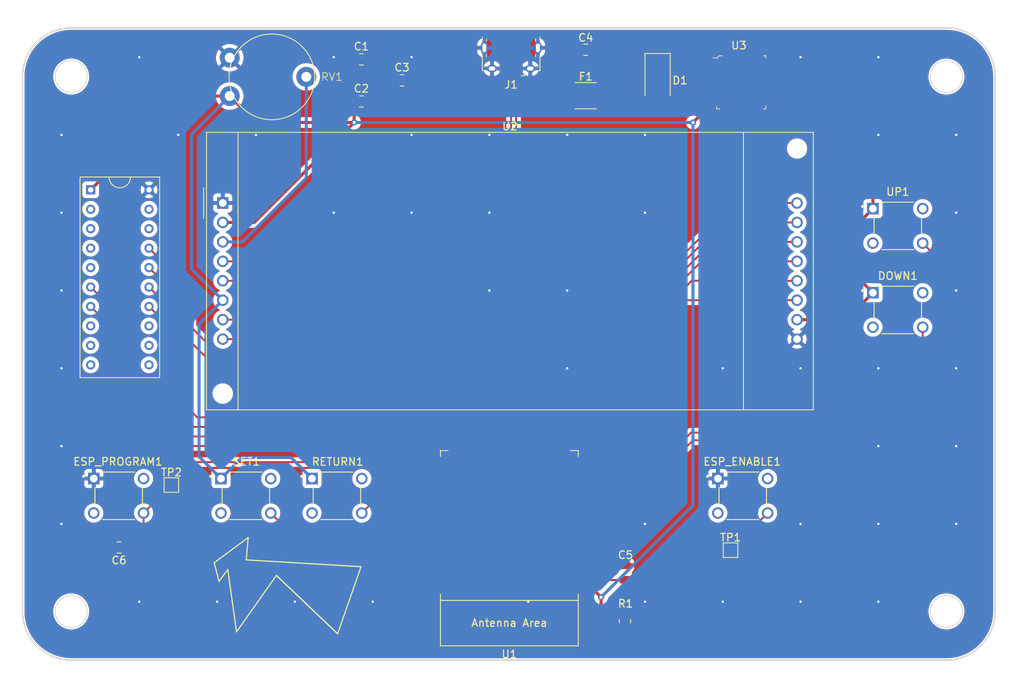
<source format=kicad_pcb>
(kicad_pcb (version 20221018) (generator pcbnew)
  (layers (0 "F.Cu" signal) (31 "B.Cu" signal) (34 "B.Paste" user) (35 "F.Paste" user) (36 "B.SilkS" user "B.Silkscreen") (37 "F.SilkS" user "F.Silkscreen") (38 "B.Mask" user) (39 "F.Mask" user) (44 "Edge.Cuts" user))
  (net 0 "")
  (net 1 "+3.3V")
  (net 2 "GND")
  (net 3 "/ESP EN")
  (net 4 "/ESP PROG SW")
  (net 5 "Net-(J1-VBUS)")
  (net 6 "/D-")
  (net 7 "/D+")
  (net 13 "/TCK")
  (net 14 "/TMS")
  (net 21 "/TDI")
  (net 22 "/TDO")
  (net 23 "/RST")
  (net 24 "/TEST")
  (net 29 "/RET SW")
  (net 32 "/SET SW")
  (net 35 "/UP SW")
  (net 38 "/DOWN SW")
  (net 43 "/DB1")
  (net 44 "/DB2")
  (net 45 "/DB3")
  (net 46 "/DB4")
  (net 49 "/DB5")
  (net 50 "/DB0")
  (net 52 "/DB6")
  (net 53 "/DB7")
  (net 64 "/LCD RS")
  (net 65 "/LCD R{slash}W")
  (net 66 "Net-(D1-K)")
  (net 67 "Net-(U2-VO)")
  (footprint "Resistor_SMD:R_0805_2012Metric" (layer "F.Cu") (at 154.87 134.62 90)
    (fp_text reference "R1" (at 2.286 0.07 180) (layer "F.SilkS"))
    (fp_text value "10k")
    (fp_line (start -0.227064 -0.735) (end 0.227064 -0.735) (stroke (width 0.12)) (layer "F.SilkS"))
    (fp_line (start -0.227064 0.735) (end 0.227064 0.735) (stroke (width 0.12)) (layer "F.SilkS"))
    (pad "1" smd roundrect (at -0.9125 0 90) (size 1.025 1.4) (layers "F.Cu" "F.Paste" "F.Mask") (roundrect_rratio 0.243902439) (net 1 "+3.3V"))
    (pad "2" smd roundrect (at 0.9125 0 90) (size 1.025 1.4) (layers "F.Cu" "F.Paste" "F.Mask") (roundrect_rratio 0.243902439) (net 3 "/ESP EN"))
  )
  (footprint "buttons:SW_222ADVBA" (layer "F.Cu") (at 190.5 83)
    (fp_text reference "UP1" (at 0 -4.445) (layer "F.SilkS"))
    (fp_text value "222ADVBA" hide)
    (fp_line (start -3.1 -1.1) (end -3.1 1.1) (stroke (width 0.127)) (layer "F.SilkS"))
    (fp_line (start -2.1 -3.1) (end 2.1 -3.1) (stroke (width 0.127)) (layer "F.SilkS"))
    (fp_line (start 2.1 3.1) (end -2.1 3.1) (stroke (width 0.127)) (layer "F.SilkS"))
    (fp_line (start 3.1 1.1) (end 3.1 -1.1) (stroke (width 0.127)) (layer "F.SilkS"))
    (fp_circle (center -4.6 -2.54) (end -4.5 -2.54) (stroke (width 0.2)) (fill none) (layer "F.SilkS"))
    (pad "1" thru_hole rect (at -3.25 -2.25) (size 1.508 1.508) (drill 1) (layers "*.Cu" "*.Mask") (net 1 "+3.3V"))
    (pad "2" thru_hole circle (at -3.25 2.25) (size 1.508 1.508) (drill 1) (layers "*.Cu" "*.Mask"))
    (pad "3" thru_hole circle (at 3.25 -2.25) (size 1.508 1.508) (drill 1) (layers "*.Cu" "*.Mask"))
    (pad "4" thru_hole circle (at 3.25 2.25) (size 1.508 1.508) (drill 1) (layers "*.Cu" "*.Mask") (net 35 "/UP SW"))
  )
  (footprint "TestPoint:TestPoint_Pad_1.5x1.5mm" (layer "F.Cu") (at 168.656 125.349)
    (fp_text reference "TP1" (at 0 -1.648) (layer "F.SilkS"))
    (fp_text value "TestPoint")
    (fp_line (start -0.95 -0.95) (end 0.95 -0.95) (stroke (width 0.12)) (layer "F.SilkS"))
    (fp_line (start -0.95 0.95) (end -0.95 -0.95) (stroke (width 0.12)) (layer "F.SilkS"))
    (fp_line (start 0.95 -0.95) (end 0.95 0.95) (stroke (width 0.12)) (layer "F.SilkS"))
    (fp_line (start 0.95 0.95) (end -0.95 0.95) (stroke (width 0.12)) (layer "F.SilkS"))
    (pad "1" smd rect (at 0 0) (size 1.5 1.5) (layers "F.Cu" "F.Mask") (net 3 "/ESP EN"))
  )
  (footprint "buttons:SW_222ADVBA" (layer "F.Cu") (at 117.25 118.25)
    (fp_text reference "RETURN1" (at 0.098 -4.445) (layer "F.SilkS"))
    (fp_text value "222ADVBA" hide)
    (fp_line (start -3.1 -1.1) (end -3.1 1.1) (stroke (width 0.127)) (layer "F.SilkS"))
    (fp_line (start -2.1 -3.1) (end 2.1 -3.1) (stroke (width 0.127)) (layer "F.SilkS"))
    (fp_line (start 2.1 3.1) (end -2.1 3.1) (stroke (width 0.127)) (layer "F.SilkS"))
    (fp_line (start 3.1 1.1) (end 3.1 -1.1) (stroke (width 0.127)) (layer "F.SilkS"))
    (fp_circle (center -4.6 -2.54) (end -4.5 -2.54) (stroke (width 0.2)) (fill none) (layer "F.SilkS"))
    (pad "1" thru_hole rect (at -3.25 -2.25) (size 1.508 1.508) (drill 1) (layers "*.Cu" "*.Mask") (net 1 "+3.3V"))
    (pad "2" thru_hole circle (at -3.25 2.25) (size 1.508 1.508) (drill 1) (layers "*.Cu" "*.Mask"))
    (pad "3" thru_hole circle (at 3.25 -2.25) (size 1.508 1.508) (drill 1) (layers "*.Cu" "*.Mask"))
    (pad "4" thru_hole circle (at 3.25 2.25) (size 1.508 1.508) (drill 1) (layers "*.Cu" "*.Mask") (net 29 "/RET SW"))
  )
  (footprint "buttons:SW_222ADVBA" (layer "F.Cu") (at 105.36 118.25)
    (fp_text reference "SET1" (at 0.05 -4.458) (layer "F.SilkS"))
    (fp_text value "222ADVBA" hide)
    (fp_line (start -3.1 -1.1) (end -3.1 1.1) (stroke (width 0.127)) (layer "F.SilkS"))
    (fp_line (start -2.1 -3.1) (end 2.1 -3.1) (stroke (width 0.127)) (layer "F.SilkS"))
    (fp_line (start 2.1 3.1) (end -2.1 3.1) (stroke (width 0.127)) (layer "F.SilkS"))
    (fp_line (start 3.1 1.1) (end 3.1 -1.1) (stroke (width 0.127)) (layer "F.SilkS"))
    (fp_circle (center -4.6 -2.54) (end -4.5 -2.54) (stroke (width 0.2)) (fill none) (layer "F.SilkS"))
    (pad "1" thru_hole rect (at -3.25 -2.25) (size 1.508 1.508) (drill 1) (layers "*.Cu" "*.Mask") (net 1 "+3.3V"))
    (pad "2" thru_hole circle (at -3.25 2.25) (size 1.508 1.508) (drill 1) (layers "*.Cu" "*.Mask"))
    (pad "3" thru_hole circle (at 3.25 -2.25) (size 1.508 1.508) (drill 1) (layers "*.Cu" "*.Mask"))
    (pad "4" thru_hole circle (at 3.25 2.25) (size 1.508 1.508) (drill 1) (layers "*.Cu" "*.Mask") (net 32 "/SET SW"))
  )
  (footprint "Connector_USB:USB_Micro-B_Amphenol_10118194_Horizontal" (layer "F.Cu") (at 140 61.05 180)
    (fp_text reference "J1" (at 0 -3.5) (layer "F.SilkS"))
    (fp_text value "USB_B_Micro")
    (fp_line (start -3.76 -1.66) (end -3.34 -1.66) (stroke (width 0.12)) (layer "F.SilkS"))
    (fp_line (start -3.76 0.32) (end -3.76 -1.66) (stroke (width 0.12)) (layer "F.SilkS"))
    (fp_line (start -3.76 2.69) (end -3.76 2.29) (stroke (width 0.12)) (layer "F.SilkS"))
    (fp_line (start -1.76 -1.89) (end -1.76 -2.34) (stroke (width 0.12)) (layer "F.SilkS"))
    (fp_line (start -1.31 -2.34) (end -1.76 -2.34) (stroke (width 0.12)) (layer "F.SilkS"))
    (fp_line (start 3.76 -1.66) (end 3.34 -1.66) (stroke (width 0.12)) (layer "F.SilkS"))
    (fp_line (start 3.76 0.32) (end 3.76 -1.66) (stroke (width 0.12)) (layer "F.SilkS"))
    (fp_line (start 3.76 2.29) (end 3.76 2.69) (stroke (width 0.12)) (layer "F.SilkS"))
    (pad "1" smd rect (at -1.3 -1.4 180) (size 0.4 1.35) (layers "F.Cu" "F.Paste" "F.Mask") (net 5 "Net-(J1-VBUS)"))
    (pad "2" smd rect (at -0.65 -1.4 180) (size 0.4 1.35) (layers "F.Cu" "F.Paste" "F.Mask") (net 6 "/D-"))
    (pad "3" smd rect (at 0 -1.4 180) (size 0.4 1.35) (layers "F.Cu" "F.Paste" "F.Mask") (net 7 "/D+"))
    (pad "4" smd rect (at 0.65 -1.4 180) (size 0.4 1.35) (layers "F.Cu" "F.Paste" "F.Mask"))
    (pad "5" smd rect (at 1.3 -1.4 180) (size 0.4 1.35) (layers "F.Cu" "F.Paste" "F.Mask") (net 2 "GND"))
    (pad "6" thru_hole oval (at -3.5 1.3 180) (size 0.89 1.55) (drill oval 0.5 1.15) (layers "*.Cu" "*.Mask") (net 2 "GND"))
    (pad "6" smd rect (at -2.9 1.3 180) (size 1.2 1.55) (layers "F.Cu" "F.Paste" "F.Mask") (net 2 "GND"))
    (pad "6" thru_hole oval (at -2.5 -1.4 180) (size 1.25 0.95) (drill oval 0.85 0.55) (layers "*.Cu" "*.Mask") (net 2 "GND"))
    (pad "6" smd rect (at -1 1.3 180) (size 1.5 1.55) (layers "F.Cu" "F.Paste" "F.Mask") (net 2 "GND"))
    (pad "6" smd rect (at 1 1.3 180) (size 1.5 1.55) (layers "F.Cu" "F.Paste" "F.Mask") (net 2 "GND"))
    (pad "6" thru_hole oval (at 2.5 -1.4 180) (size 1.25 0.95) (drill oval 0.85 0.55) (layers "*.Cu" "*.Mask") (net 2 "GND"))
    (pad "6" smd rect (at 2.9 1.3 180) (size 1.2 1.55) (layers "F.Cu" "F.Paste" "F.Mask") (net 2 "GND"))
    (pad "6" thru_hole oval (at 3.5 1.3 180) (size 0.89 1.55) (drill oval 0.5 1.15) (layers "*.Cu" "*.Mask") (net 2 "GND"))
  )
  (footprint "Capacitor_SMD:C_0805_2012Metric" (layer "F.Cu") (at 149.75 60 180)
    (fp_text reference "C4" (at 0 1.58) (layer "F.SilkS"))
    (fp_text value "10uF")
    (fp_line (start -0.261252 -0.735) (end 0.261252 -0.735) (stroke (width 0.12)) (layer "F.SilkS"))
    (fp_line (start -0.261252 0.735) (end 0.261252 0.735) (stroke (width 0.12)) (layer "F.SilkS"))
    (pad "1" smd roundrect (at -0.95 0 180) (size 1 1.45) (layers "F.Cu" "F.Paste" "F.Mask") (net 66 "Net-(D1-K)"))
    (pad "2" smd roundrect (at 0.95 0 180) (size 1 1.45) (layers "F.Cu" "F.Paste" "F.Mask") (net 2 "GND"))
  )
  (footprint "Espressif:ESP32-S2-SOLO" (layer "F.Cu") (at 139.77 122.1 180)
    (fp_text reference "U1" (at 0 -16.838) (layer "F.SilkS"))
    (fp_text value "ESP32-S2-SOLO")
    (fp_text user "Antenna Area" (at 0 -12.75) (layer "F.SilkS"))
    (fp_line (start -9 -15.75) (end -9 -9) (stroke (width 0.12)) (layer "F.SilkS"))
    (fp_line (start -9 -15.75) (end 9 -15.75) (stroke (width 0.12)) (layer "F.SilkS"))
    (fp_line (start -9 9) (end -9 9.75) (stroke (width 0.12)) (layer "F.SilkS"))
    (fp_line (start -9 9.75) (end -8 9.75) (stroke (width 0.12)) (layer "F.SilkS"))
    (fp_line (start 9 -15.75) (end 9 -9) (stroke (width 0.12)) (layer "F.SilkS"))
    (fp_line (start 9 -9.81) (end -9 -9.81) (stroke (width 0.12)) (layer "F.SilkS"))
    (fp_line (start 9 9) (end 9 9.75) (stroke (width 0.12)) (layer "F.SilkS"))
    (fp_line (start 9 9.75) (end 8 9.75) (stroke (width 0.12)) (layer "F.SilkS"))
    (pad "1" smd rect (at -8.75 -8.26 180) (size 1.5 0.9) (layers "F.Cu" "F.Paste" "F.Mask") (net 2 "GND"))
    (pad "2" smd rect (at -8.75 -6.99 180) (size 1.5 0.9) (layers "F.Cu" "F.Paste" "F.Mask") (net 1 "+3.3V"))
    (pad "3" smd rect (at -8.75 -5.72 180) (size 1.5 0.9) (layers "F.Cu" "F.Paste" "F.Mask") (net 3 "/ESP EN"))
    (pad "4" smd rect (at -8.75 -4.45 180) (size 1.5 0.9) (layers "F.Cu" "F.Paste" "F.Mask"))
    (pad "5" smd rect (at -8.75 -3.18 180) (size 1.5 0.9) (layers "F.Cu" "F.Paste" "F.Mask") (net 35 "/UP SW"))
    (pad "6" smd rect (at -8.75 -1.91 180) (size 1.5 0.9) (layers "F.Cu" "F.Paste" "F.Mask") (net 38 "/DOWN SW"))
    (pad "7" smd rect (at -8.75 -0.64 180) (size 1.5 0.9) (layers "F.Cu" "F.Paste" "F.Mask") (net 53 "/DB7"))
    (pad "8" smd rect (at -8.75 0.63 180) (size 1.5 0.9) (layers "F.Cu" "F.Paste" "F.Mask") (net 52 "/DB6"))
    (pad "9" smd rect (at -8.75 1.9 180) (size 1.5 0.9) (layers "F.Cu" "F.Paste" "F.Mask") (net 49 "/DB5"))
    (pad "10" smd rect (at -8.75 3.17 180) (size 1.5 0.9) (layers "F.Cu" "F.Paste" "F.Mask") (net 46 "/DB4"))
    (pad "11" smd rect (at -8.75 4.44 180) (size 1.5 0.9) (layers "F.Cu" "F.Paste" "F.Mask") (net 45 "/DB3"))
    (pad "12" smd rect (at -8.75 5.71 180) (size 1.5 0.9) (layers "F.Cu" "F.Paste" "F.Mask") (net 44 "/DB2"))
    (pad "13" smd rect (at -8.75 6.98 180) (size 1.5 0.9) (layers "F.Cu" "F.Paste" "F.Mask") (net 6 "/D-"))
    (pad "14" smd rect (at -8.75 8.25 180) (size 1.5 0.9) (layers "F.Cu" "F.Paste" "F.Mask") (net 7 "/D+"))
    (pad "15" smd rect (at -6.985 9.5 270) (size 1.5 0.9) (layers "F.Cu" "F.Paste" "F.Mask"))
    (pad "16" smd rect (at -5.715 9.5 270) (size 1.5 0.9) (layers "F.Cu" "F.Paste" "F.Mask"))
    (pad "17" smd rect (at -4.445 9.5 270) (size 1.5 0.9) (layers "F.Cu" "F.Paste" "F.Mask") (net 64 "/LCD RS"))
    (pad "18" smd rect (at -3.175 9.5 270) (size 1.5 0.9) (layers "F.Cu" "F.Paste" "F.Mask") (net 65 "/LCD R{slash}W"))
    (pad "19" smd rect (at -1.905 9.5 270) (size 1.5 0.9) (layers "F.Cu" "F.Paste" "F.Mask") (net 50 "/DB0"))
    (pad "20" smd rect (at -0.635 9.5 270) (size 1.5 0.9) (layers "F.Cu" "F.Paste" "F.Mask") (net 43 "/DB1"))
    (pad "21" smd rect (at 0.635 9.5 270) (size 1.5 0.9) (layers "F.Cu" "F.Paste" "F.Mask") (net 24 "/TEST"))
    (pad "22" smd rect (at 1.905 9.5 270) (size 1.5 0.9) (layers "F.Cu" "F.Paste" "F.Mask") (net 23 "/RST"))
    (pad "23" smd rect (at 3.175 9.5 270) (size 1.5 0.9) (layers "F.Cu" "F.Paste" "F.Mask") (net 22 "/TDO"))
    (pad "24" smd rect (at 4.445 9.5 270) (size 1.5 0.9) (layers "F.Cu" "F.Paste" "F.Mask") (net 21 "/TDI"))
    (pad "25" smd rect (at 5.715 9.5 270) (size 1.5 0.9) (layers "F.Cu" "F.Paste" "F.Mask") (net 13 "/TCK"))
    (pad "26" smd rect (at 6.985 9.5 270) (size 1.5 0.9) (layers "F.Cu" "F.Paste" "F.Mask") (net 14 "/TMS"))
    (pad "27" smd rect (at 8.75 8.25) (size 1.5 0.9) (layers "F.Cu" "F.Paste" "F.Mask") (net 4 "/ESP PROG SW"))
    (pad "28" smd rect (at 8.75 6.98) (size 1.5 0.9) (layers "F.Cu" "F.Paste" "F.Mask") (net 29 "/RET SW"))
    (pad "29" smd rect (at 8.75 5.71) (size 1.5 0.9) (layers "F.Cu" "F.Paste" "F.Mask") (net 32 "/SET SW"))
    (pad "30" smd rect (at 8.75 4.44) (size 1.5 0.9) (layers "F.Cu" "F.Paste" "F.Mask"))
    (pad "31" smd rect (at 8.75 3.17) (size 1.5 0.9) (layers "F.Cu" "F.Paste" "F.Mask"))
    (pad "32" smd rect (at 8.75 1.9) (size 1.5 0.9) (layers "F.Cu" "F.Paste" "F.Mask"))
    (pad "33" smd rect (at 8.75 0.63) (size 1.5 0.9) (layers "F.Cu" "F.Paste" "F.Mask"))
    (pad "34" smd rect (at 8.75 -0.64) (size 1.5 0.9) (layers "F.Cu" "F.Paste" "F.Mask"))
    (pad "35" smd rect (at 8.75 -1.91) (size 1.5 0.9) (layers "F.Cu" "F.Paste" "F.Mask"))
    (pad "36" smd rect (at 8.75 -3.18) (size 1.5 0.9) (layers "F.Cu" "F.Paste" "F.Mask"))
    (pad "37" smd rect (at 8.75 -4.45) (size 1.5 0.9) (layers "F.Cu" "F.Paste" "F.Mask"))
    (pad "38" smd rect (at 8.75 -5.72) (size 1.5 0.9) (layers "F.Cu" "F.Paste" "F.Mask"))
    (pad "39" smd rect (at 8.75 -6.99) (size 1.5 0.9) (layers "F.Cu" "F.Paste" "F.Mask"))
    (pad "40" smd rect (at 8.75 -8.26) (size 1.5 0.9) (layers "F.Cu" "F.Paste" "F.Mask") (net 2 "GND"))
    (pad "41" smd rect (at -2.9 -1.94) (size 0.9 0.9) (layers "F.Cu" "F.Paste" "F.Mask") (net 2 "GND"))
    (pad "41" smd rect (at -2.9 -0.54) (size 0.9 0.9) (layers "F.Cu" "F.Paste" "F.Mask") (net 2 "GND"))
    (pad "41" smd rect (at -2.9 0.86) (size 0.9 0.9) (layers "F.Cu" "F.Paste" "F.Mask") (net 2 "GND"))
    (pad "41" smd rect (at -1.5 -1.94) (size 0.9 0.9) (layers "F.Cu" "F.Paste" "F.Mask") (net 2 "GND"))
    (pad "41" smd rect (at -1.5 -0.54) (size 0.9 0.9) (layers "F.Cu" "F.Paste" "F.Mask") (net 2 "GND"))
    (pad "41" smd rect (at -1.5 0.86) (size 0.9 0.9) (layers "F.Cu" "F.Paste" "F.Mask") (net 2 "GND"))
    (pad "41" smd rect (at -0.1 -1.94) (size 0.9 0.9) (layers "F.Cu" "F.Paste" "F.Mask") (net 2 "GND"))
    (pad "41" smd rect (at -0.1 -0.54) (size 0.9 0.9) (layers "F.Cu" "F.Paste" "F.Mask") (net 2 "GND"))
    (pad "41" smd rect (at -0.1 0.86) (size 0.9 0.9) (layers "F.Cu" "F.Paste" "F.Mask") (net 2 "GND"))
  )
  (footprint "Capacitor_SMD:C_0805_2012Metric" (layer "F.Cu") (at 154.87 128.27 90)
    (fp_text reference "C5" (at 2.286 0.07 180) (layer "F.SilkS"))
    (fp_text value "0.1uF")
    (fp_line (start -0.261252 -0.735) (end 0.261252 -0.735) (stroke (width 0.12)) (layer "F.SilkS"))
    (fp_line (start -0.261252 0.735) (end 0.261252 0.735) (stroke (width 0.12)) (layer "F.SilkS"))
    (pad "1" smd roundrect (at -0.95 0 90) (size 1 1.45) (layers "F.Cu" "F.Paste" "F.Mask") (net 3 "/ESP EN"))
    (pad "2" smd roundrect (at 0.95 0 90) (size 1 1.45) (layers "F.Cu" "F.Paste" "F.Mask") (net 2 "GND"))
  )
  (footprint "Capacitor_SMD:C_0805_2012Metric" (layer "F.Cu") (at 120.45 66.75)
    (fp_text reference "C2" (at 0 -1.68) (layer "F.SilkS"))
    (fp_text value "0.1uF")
    (fp_line (start -0.261252 -0.735) (end 0.261252 -0.735) (stroke (width 0.12)) (layer "F.SilkS"))
    (fp_line (start -0.261252 0.735) (end 0.261252 0.735) (stroke (width 0.12)) (layer "F.SilkS"))
    (pad "1" smd roundrect (at -0.95 0) (size 1 1.45) (layers "F.Cu" "F.Paste" "F.Mask") (net 1 "+3.3V"))
    (pad "2" smd roundrect (at 0.95 0) (size 1 1.45) (layers "F.Cu" "F.Paste" "F.Mask") (net 2 "GND"))
  )
  (footprint "TestPoint:TestPoint_Pad_1.5x1.5mm" (layer "F.Cu") (at 95.631 116.84)
    (fp_text reference "TP2" (at 0 -1.648) (layer "F.SilkS"))
    (fp_text value "TestPoint")
    (fp_line (start -0.95 -0.95) (end 0.95 -0.95) (stroke (width 0.12)) (layer "F.SilkS"))
    (fp_line (start -0.95 0.95) (end -0.95 -0.95) (stroke (width 0.12)) (layer "F.SilkS"))
    (fp_line (start 0.95 -0.95) (end 0.95 0.95) (stroke (width 0.12)) (layer "F.SilkS"))
    (fp_line (start 0.95 0.95) (end -0.95 0.95) (stroke (width 0.12)) (layer "F.SilkS"))
    (pad "1" smd rect (at 0 0) (size 1.5 1.5) (layers "F.Cu" "F.Mask") (net 4 "/ESP PROG SW"))
  )
  (footprint "buttons:SW_222ADVBA" (layer "F.Cu") (at 88.75 118.25)
    (fp_text reference "ESP_PROGRAM1" (at -0.104 -4.458) (layer "F.SilkS"))
    (fp_text value "222ADVBA" hide)
    (fp_line (start -3.1 -1.1) (end -3.1 1.1) (stroke (width 0.127)) (layer "F.SilkS"))
    (fp_line (start -2.1 -3.1) (end 2.1 -3.1) (stroke (width 0.127)) (layer "F.SilkS"))
    (fp_line (start 2.1 3.1) (end -2.1 3.1) (stroke (width 0.127)) (layer "F.SilkS"))
    (fp_line (start 3.1 1.1) (end 3.1 -1.1) (stroke (width 0.127)) (layer "F.SilkS"))
    (fp_circle (center -4.6 -2.54) (end -4.5 -2.54) (stroke (width 0.2)) (fill none) (layer "F.SilkS"))
    (pad "1" thru_hole rect (at -3.25 -2.25) (size 1.508 1.508) (drill 1) (layers "*.Cu" "*.Mask") (net 2 "GND"))
    (pad "2" thru_hole circle (at -3.25 2.25) (size 1.508 1.508) (drill 1) (layers "*.Cu" "*.Mask"))
    (pad "3" thru_hole circle (at 3.25 -2.25) (size 1.508 1.508) (drill 1) (layers "*.Cu" "*.Mask"))
    (pad "4" thru_hole circle (at 3.25 2.25) (size 1.508 1.508) (drill 1) (layers "*.Cu" "*.Mask") (net 4 "/ESP PROG SW"))
  )
  (footprint "project:Potentiometer_CTS_PTN10-E20HB20" (layer "F.Cu") (at 108.25 63.54 -90)
    (fp_text reference "RV1" (at 0 -8.336 unlocked) (layer "F.SilkS") (effects (font (thickness 0.1))))
    (fp_text value "10K-20K")
    (fp_circle (center 0 -0.505206) (end 5.594794 -0.505206) (stroke (width 0.12)) (fill none) (layer "F.SilkS"))
    (pad "1" thru_hole circle (at -2.5 5 270) (size 2.6 2.6) (drill 1.3) (layers "*.Cu" "*.Mask") (net 2 "GND"))
    (pad "2" thru_hole circle (at 0 -5 270) (size 2.6 2.6) (drill 1.3) (layers "*.Cu" "*.Mask") (net 67 "Net-(U2-VO)"))
    (pad "3" thru_hole circle (at 2.5 5 270) (size 2.6 2.6) (drill 1.3) (layers "*.Cu" "*.Mask") (net 1 "+3.3V"))
  )
  (footprint "Capacitor_SMD:C_0805_2012Metric" (layer "F.Cu") (at 120.45 61.25)
    (fp_text reference "C1" (at 0 -1.68) (layer "F.SilkS"))
    (fp_text value "1uF")
    (fp_line (start -0.261252 -0.735) (end 0.261252 -0.735) (stroke (width 0.12)) (layer "F.SilkS"))
    (fp_line (start -0.261252 0.735) (end 0.261252 0.735) (stroke (width 0.12)) (layer "F.SilkS"))
    (pad "1" smd roundrect (at -0.95 0) (size 1 1.45) (layers "F.Cu" "F.Paste" "F.Mask") (net 1 "+3.3V"))
    (pad "2" smd roundrect (at 0.95 0) (size 1 1.45) (layers "F.Cu" "F.Paste" "F.Mask") (net 2 "GND"))
  )
  (footprint "Capacitor_SMD:C_0805_2012Metric" (layer "F.Cu") (at 125.75 64)
    (fp_text reference "C3" (at 0 -1.68) (layer "F.SilkS"))
    (fp_text value "10uF")
    (fp_line (start -0.261252 -0.735) (end 0.261252 -0.735) (stroke (width 0.12)) (layer "F.SilkS"))
    (fp_line (start -0.261252 0.735) (end 0.261252 0.735) (stroke (width 0.12)) (layer "F.SilkS"))
    (pad "1" smd roundrect (at -0.95 0) (size 1 1.45) (layers "F.Cu" "F.Paste" "F.Mask") (net 1 "+3.3V"))
    (pad "2" smd roundrect (at 0.95 0) (size 1 1.45) (layers "F.Cu" "F.Paste" "F.Mask") (net 2 "GND"))
  )
  (footprint "Diode_SMD:D_SMA" (layer "F.Cu") (at 159.131 64 -90)
    (fp_text reference "D1" (at 0.008 -2.921 -180) (layer "F.SilkS"))
    (fp_text value "SS14HE3_B/H")
    (fp_line (start -3.51 -1.65) (end -3.51 1.65) (stroke (width 0.12)) (layer "F.SilkS"))
    (fp_line (start -3.51 -1.65) (end 2 -1.65) (stroke (width 0.12)) (layer "F.SilkS"))
    (fp_line (start -3.51 1.65) (end 2 1.65) (stroke (width 0.12)) (layer "F.SilkS"))
    (pad "1" smd roundrect (at -2 0 270) (size 2.5 1.8) (layers "F.Cu" "F.Paste" "F.Mask") (roundrect_rratio 0.1388888889) (net 66 "Net-(D1-K)"))
    (pad "2" smd roundrect (at 2 0 270) (size 2.5 1.8) (layers "F.Cu" "F.Paste" "F.Mask") (roundrect_rratio 0.1388888889) (net 1 "+3.3V"))
  )
  (footprint "digikey-footprints:TO-252-3" (layer "F.Cu") (at 169.75 64.25)
    (fp_text reference "U3" (at 0 -4.814 180) (layer "F.SilkS"))
    (fp_text value "BA033CC0FP-E2")
    (fp_line (start -2.91 3.47) (end -2.91 3.17) (stroke (width 0.1)) (layer "F.SilkS"))
    (fp_line (start -2.87 -3.16) (end -3.37 -3.16) (stroke (width 0.1)) (layer "F.SilkS"))
    (fp_line (start -2.57 -3.47) (end -2.87 -3.16) (stroke (width 0.1)) (layer "F.SilkS"))
    (fp_line (start -2.51 3.47) (end -2.91 3.47) (stroke (width 0.1)) (layer "F.SilkS"))
    (fp_line (start -2.19 -3.47) (end -2.57 -3.47) (stroke (width 0.1)) (layer "F.SilkS"))
    (fp_line (start 3.21 3.47) (end 3.51 3.47) (stroke (width 0.1)) (layer "F.SilkS"))
    (fp_line (start 3.51 -3.47) (end 3.21 -3.47) (stroke (width 0.1)) (layer "F.SilkS"))
    (fp_line (start 3.51 -3.17) (end 3.51 -3.47) (stroke (width 0.1)) (layer "F.SilkS"))
    (fp_line (start 3.51 3.47) (end 3.51 3.07) (stroke (width 0.1)) (layer "F.SilkS"))
    (pad "1" smd rect (at -4.08 -2.285 180) (size 3 1.6) (layers "F.Cu" "F.Paste" "F.Mask") (net 66 "Net-(D1-K)"))
    (pad "3" smd rect (at -4.08 2.285 180) (size 3 1.6) (layers "F.Cu" "F.Paste" "F.Mask") (net 1 "+3.3V"))
    (pad "4" smd rect (at 3.09 0 180) (size 6.2 5.8) (layers "F.Cu" "F.Paste" "F.Mask") (net 2 "GND"))
  )
  (footprint "Display:NHD-0420H1Z" (layer "F.Cu") (at 102.3425 80.01)
    (fp_text reference "U2" (at 37.5 -10) (layer "F.SilkS"))
    (fp_text value "NHD-0420H1Z")
    (fp_line (start -2.5 -2) (end -2.5 2) (stroke (width 0.12)) (layer "F.SilkS"))
    (fp_line (start -2.12 -9.23) (end 77.12 -9.23) (stroke (width 0.12)) (layer "F.SilkS"))
    (fp_line (start -2.12 27.01) (end -2.12 -9.23) (stroke (width 0.12)) (layer "F.SilkS"))
    (fp_line (start 2 27.01) (end 2 -9.23) (stroke (width 0.12)) (layer "F.SilkS"))
    (fp_line (start 68 -9.23) (end 68 27.01) (stroke (width 0.12)) (layer "F.SilkS"))
    (fp_line (start 77.12 -9.23) (end 77.12 27.01) (stroke (width 0.12)) (layer "F.SilkS"))
    (fp_line (start 77.12 27.01) (end -2.12 27.01) (stroke (width 0.12)) (layer "F.SilkS"))
    (pad "" np_thru_hole circle (at 0 24.89) (size 2 2) (drill 2) (layers "*.Cu" "*.Mask"))
    (pad "" np_thru_hole circle (at 75 -7.11) (size 2 2) (drill 2) (layers "*.Cu" "*.Mask"))
    (pad "1" thru_hole rect (at 0 0) (size 1.5 1.5) (drill 1) (layers "*.Cu" "*.Mask") (net 2 "GND"))
    (pad "2" thru_hole circle (at 0 2.54) (size 1.5 1.5) (drill 1) (layers "*.Cu" "*.Mask") (net 1 "+3.3V"))
    (pad "3" thru_hole circle (at 0 5.08) (size 1.5 1.5) (drill 1) (layers "*.Cu" "*.Mask") (net 67 "Net-(U2-VO)"))
    (pad "4" thru_hole circle (at 0 7.62) (size 1.5 1.5) (drill 1) (layers "*.Cu" "*.Mask") (net 64 "/LCD RS"))
    (pad "5" thru_hole circle (at 0 10.16) (size 1.5 1.5) (drill 1) (layers "*.Cu" "*.Mask") (net 65 "/LCD R{slash}W"))
    (pad "6" thru_hole circle (at 0 12.7) (size 1.5 1.5) (drill 1) (layers "*.Cu" "*.Mask") (net 1 "+3.3V"))
    (pad "7" thru_hole circle (at 0 15.24) (size 1.5 1.5) (drill 1) (layers "*.Cu" "*.Mask") (net 50 "/DB0"))
    (pad "8" thru_hole circle (at 0 17.78) (size 1.5 1.5) (drill 1) (layers "*.Cu" "*.Mask") (net 43 "/DB1"))
    (pad "9" thru_hole circle (at 75 0) (size 1.5 1.5) (drill 1) (layers "*.Cu" "*.Mask") (net 44 "/DB2"))
    (pad "10" thru_hole circle (at 75 2.54) (size 1.5 1.5) (drill 1) (layers "*.Cu" "*.Mask") (net 45 "/DB3"))
    (pad "11" thru_hole circle (at 75 5.08) (size 1.5 1.5) (drill 1) (layers "*.Cu" "*.Mask") (net 46 "/DB4"))
    (pad "12" thru_hole circle (at 75 7.62) (size 1.5 1.5) (drill 1) (layers "*.Cu" "*.Mask") (net 49 "/DB5"))
    (pad "13" thru_hole circle (at 75 10.16) (size 1.5 1.5) (drill 1) (layers "*.Cu" "*.Mask") (net 52 "/DB6"))
    (pad "14" thru_hole circle (at 75 12.7) (size 1.5 1.5) (drill 1) (layers "*.Cu" "*.Mask") (net 53 "/DB7"))
    (pad "15" thru_hole circle (at 75 15.24) (size 1.5 1.5) (drill 1) (layers "*.Cu" "*.Mask") (net 1 "+3.3V"))
    (pad "16" thru_hole circle (at 75 17.78) (size 1.5 1.5) (drill 1) (layers "*.Cu" "*.Mask") (net 2 "GND"))
  )
  (footprint "project:DIL_CONN_110-83-320-41-001101" (layer "F.Cu") (at 88.9 89.72 -90)
    (fp_text reference "J2" hide)
    (fp_text value "Conn_02x10" hide)
    (fp_rect (start -13.1 -5.2) (end 13.1 5.2) (stroke (width 0.12)) (fill none) (layer "F.SilkS"))
    (fp_arc (start -13.1 -1.4) (mid -11.7 0) (end -13.1 1.4) (stroke (width 0.12)) (layer "F.SilkS"))
    (pad "1" thru_hole rect (at -11.43 3.81 270) (size 1.2 1.2) (drill 0.7) (layers "*.Cu" "*.Mask") (net 1 "+3.3V"))
    (pad "2" thru_hole circle (at -8.89 3.81 270) (size 1.2 1.2) (drill 0.7) (layers "*.Cu" "*.Mask"))
    (pad "3" thru_hole circle (at -6.35 3.81 270) (size 1.2 1.2) (drill 0.7) (layers "*.Cu" "*.Mask"))
    (pad "4" thru_hole circle (at -3.81 3.81 270) (size 1.2 1.2) (drill 0.7) (layers "*.Cu" "*.Mask"))
    (pad "5" thru_hole circle (at -1.27 3.81 270) (size 1.2 1.2) (drill 0.7) (layers "*.Cu" "*.Mask"))
    (pad "6" thru_hole circle (at 1.27 3.81 270) (size 1.2 1.2) (drill 0.7) (layers "*.Cu" "*.Mask") (net 13 "/TCK"))
    (pad "7" thru_hole circle (at 3.81 3.81 270) (size 1.2 1.2) (drill 0.7) (layers "*.Cu" "*.Mask") (net 14 "/TMS"))
    (pad "8" thru_hole circle (at 6.35 3.81 270) (size 1.2 1.2) (drill 0.7) (layers "*.Cu" "*.Mask"))
    (pad "9" thru_hole circle (at 8.89 3.81 270) (size 1.2 1.2) (drill 0.7) (layers "*.Cu" "*.Mask"))
    (pad "10" thru_hole circle (at 11.43 3.81 270) (size 1.2 1.2) (drill 0.7) (layers "*.Cu" "*.Mask"))
    (pad "11" thru_hole circle (at 11.43 -3.81 270) (size 1.2 1.2) (drill 0.7) (layers "*.Cu" "*.Mask"))
    (pad "12" thru_hole circle (at 8.89 -3.81 270) (size 1.2 1.2) (drill 0.7) (layers "*.Cu" "*.Mask"))
    (pad "13" thru_hole circle (at 6.35 -3.81 270) (size 1.2 1.2) (drill 0.7) (layers "*.Cu" "*.Mask"))
    (pad "14" thru_hole circle (at 3.81 -3.81 270) (size 1.2 1.2) (drill 0.7) (layers "*.Cu" "*.Mask") (net 21 "/TDI"))
    (pad "15" thru_hole circle (at 1.27 -3.81 270) (size 1.2 1.2) (drill 0.7) (layers "*.Cu" "*.Mask") (net 22 "/TDO"))
    (pad "16" thru_hole circle (at -1.27 -3.81 270) (size 1.2 1.2) (drill 0.7) (layers "*.Cu" "*.Mask") (net 23 "/RST"))
    (pad "17" thru_hole circle (at -3.81 -3.81 270) (size 1.2 1.2) (drill 0.7) (layers "*.Cu" "*.Mask") (net 24 "/TEST"))
    (pad "18" thru_hole circle (at -6.35 -3.81 270) (size 1.2 1.2) (drill 0.7) (layers "*.Cu" "*.Mask"))
    (pad "19" thru_hole circle (at -8.89 -3.81 270) (size 1.2 1.2) (drill 0.7) (layers "*.Cu" "*.Mask"))
    (pad "20" thru_hole circle (at -11.43 -3.81 270) (size 1.2 1.2) (drill 0.7) (layers "*.Cu" "*.Mask") (net 2 "GND"))
  )
  (footprint "Capacitor_SMD:C_0805_2012Metric" (layer "F.Cu") (at 88.8 125 180)
    (fp_text reference "C6" (at 0 -1.68) (layer "F.SilkS"))
    (fp_text value "0.1uF")
    (fp_line (start -0.261252 -0.735) (end 0.261252 -0.735) (stroke (width 0.12)) (layer "F.SilkS"))
    (fp_line (start -0.261252 0.735) (end 0.261252 0.735) (stroke (width 0.12)) (layer "F.SilkS"))
    (pad "1" smd roundrect (at -0.95 0 180) (size 1 1.45) (layers "F.Cu" "F.Paste" "F.Mask") (net 4 "/ESP PROG SW"))
    (pad "2" smd roundrect (at 0.95 0 180) (size 1 1.45) (layers "F.Cu" "F.Paste" "F.Mask") (net 2 "GND"))
  )
  (footprint "buttons:SW_222ADVBA" (layer "F.Cu") (at 170.25 118.25)
    (fp_text reference "ESP_ENABLE1" (at -0.07 -4.458) (layer "F.SilkS"))
    (fp_text value "222ADVBA" hide)
    (fp_line (start -3.1 -1.1) (end -3.1 1.1) (stroke (width 0.127)) (layer "F.SilkS"))
    (fp_line (start -2.1 -3.1) (end 2.1 -3.1) (stroke (width 0.127)) (layer "F.SilkS"))
    (fp_line (start 2.1 3.1) (end -2.1 3.1) (stroke (width 0.127)) (layer "F.SilkS"))
    (fp_line (start 3.1 1.1) (end 3.1 -1.1) (stroke (width 0.127)) (layer "F.SilkS"))
    (fp_circle (center -4.6 -2.54) (end -4.5 -2.54) (stroke (width 0.2)) (fill none) (layer "F.SilkS"))
    (pad "1" thru_hole rect (at -3.25 -2.25) (size 1.508 1.508) (drill 1) (layers "*.Cu" "*.Mask") (net 2 "GND"))
    (pad "2" thru_hole circle (at -3.25 2.25) (size 1.508 1.508) (drill 1) (layers "*.Cu" "*.Mask"))
    (pad "3" thru_hole circle (at 3.25 -2.25) (size 1.508 1.508) (drill 1) (layers "*.Cu" "*.Mask"))
    (pad "4" thru_hole circle (at 3.25 2.25) (size 1.508 1.508) (drill 1) (layers "*.Cu" "*.Mask") (net 3 "/ESP EN"))
  )
  (footprint "Fuse:Fuse_1812_4532Metric" (layer "F.Cu") (at 149.75 66)
    (fp_text reference "F1" (at 0 -2.5) (layer "F.SilkS"))
    (fp_text value "0ZCG0075FF2C")
    (fp_line (start -1.386252 -1.71) (end 1.386252 -1.71) (stroke (width 0.12)) (layer "F.SilkS"))
    (fp_line (start -1.386252 1.71) (end 1.386252 1.71) (stroke (width 0.12)) (layer "F.SilkS"))
    (pad "1" smd roundrect (at -2.1375 0) (size 1.125 3.4) (layers "F.Cu" "F.Paste" "F.Mask") (roundrect_rratio 0.2222222222) (net 5 "Net-(J1-VBUS)"))
    (pad "2" smd roundrect (at 2.1375 0) (size 1.125 3.4) (layers "F.Cu" "F.Paste" "F.Mask") (roundrect_rratio 0.2222222222) (net 66 "Net-(D1-K)"))
  )
  (footprint "buttons:SW_222ADVBA" (layer "F.Cu") (at 190.5 93.98)
    (fp_text reference "DOWN1" (at 0 -4.445) (layer "F.SilkS"))
    (fp_text value "222ADVBA" hide)
    (fp_line (start -3.1 -1.1) (end -3.1 1.1) (stroke (width 0.127)) (layer "F.SilkS"))
    (fp_line (start -2.1 -3.1) (end 2.1 -3.1) (stroke (width 0.127)) (layer "F.SilkS"))
    (fp_line (start 2.1 3.1) (end -2.1 3.1) (stroke (width 0.127)) (layer "F.SilkS"))
    (fp_line (start 3.1 1.1) (end 3.1 -1.1) (stroke (width 0.127)) (layer "F.SilkS"))
    (fp_circle (center -4.6 -2.54) (end -4.5 -2.54) (stroke (width 0.2)) (fill none) (layer "F.SilkS"))
    (pad "1" thru_hole rect (at -3.25 -2.25) (size 1.508 1.508) (drill 1) (layers "*.Cu" "*.Mask") (net 1 "+3.3V"))
    (pad "2" thru_hole circle (at -3.25 2.25) (size 1.508 1.508) (drill 1) (layers "*.Cu" "*.Mask"))
    (pad "3" thru_hole circle (at 3.25 -2.25) (size 1.508 1.508) (drill 1) (layers "*.Cu" "*.Mask"))
    (pad "4" thru_hole circle (at 3.25 2.25) (size 1.508 1.508) (drill 1) (layers "*.Cu" "*.Mask") (net 38 "/DOWN SW"))
  )
  (gr_line (start 109.347 128.651) (end 117.348 136.271) (stroke (width 0.15)) (layer "F.SilkS"))
  (gr_line (start 102.997 127.889) (end 104.14 136.017) (stroke (width 0.15)) (layer "F.SilkS"))
  (gr_line (start 120.396 127.508) (end 105.41 126.619) (stroke (width 0.15)) (layer "F.SilkS"))
  (gr_line (start 109.347 128.651) (end 117.348 136.271) (stroke (width 0.15)) (layer "F.SilkS"))
  (gr_line (start 105.41 126.619) (end 105.664 123.698) (stroke (width 0.15)) (layer "F.SilkS"))
  (gr_line (start 104.14 136.017) (end 109.347 128.651) (stroke (width 0.15)) (layer "F.SilkS"))
  (gr_line (start 105.664 123.698) (end 101.219 127) (stroke (width 0.15)) (layer "F.SilkS"))
  (gr_line (start 101.854 129.413) (end 102.997 127.889) (stroke (width 0.15)) (layer "F.SilkS"))
  (gr_line (start 117.348 136.271) (end 120.396 127.508) (stroke (width 0.15)) (layer "F.SilkS"))
  (gr_line (start 101.219 127) (end 101.854 129.413) (stroke (width 0.15)) (layer "F.SilkS"))
  (gr_circle (center 196.85 133.35) (end 198.95 133.35) (stroke (width 0.1)) (fill none) (layer "Edge.Cuts"))
  (gr_line (start 203.2 63.5) (end 203.2 133.35) (stroke (width 0.2)) (layer "Edge.Cuts"))
  (gr_circle (center 82.55 63.5) (end 84.65 63.5) (stroke (width 0.1)) (fill none) (layer "Edge.Cuts"))
  (gr_arc (start 76.2 63.5) (mid 78.059872 59.009872) (end 82.55 57.15) (stroke (width 0.2)) (layer "Edge.Cuts"))
  (gr_line (start 82.55 57.15) (end 196.85 57.15) (stroke (width 0.2)) (layer "Edge.Cuts"))
  (gr_circle (center 196.85 63.5) (end 198.95 63.5) (stroke (width 0.1)) (fill none) (layer "Edge.Cuts"))
  (gr_arc (start 196.85 57.15) (mid 201.340128 59.009872) (end 203.2 63.5) (stroke (width 0.2)) (layer "Edge.Cuts"))
  (gr_arc (start 203.2 133.35) (mid 201.340128 137.840128) (end 196.85 139.7) (stroke (width 0.2)) (layer "Edge.Cuts"))
  (gr_line (start 76.2 133.35) (end 76.2 63.5) (stroke (width 0.2)) (layer "Edge.Cuts"))
  (gr_line (start 82.55 139.7) (end 196.85 139.7) (stroke (width 0.2)) (layer "Edge.Cuts"))
  (gr_circle (center 82.55 133.35) (end 84.65 133.35) (stroke (width 0.1)) (fill none) (layer "Edge.Cuts"))
  (gr_arc (start 82.55 139.7) (mid 78.059872 137.840128) (end 76.2 133.35) (stroke (width 0.2)) (layer "Edge.Cuts"))
  (segment (start 97.34 66.04) (end 85.09 78.29) (width 0.4) (layer "F.Cu") (net 1))
  (segment (start 151.75 131.5) (end 149.34 129.09) (width 0.4) (layer "F.Cu") (net 1))
  (segment (start 119.5 69.5) (end 119.5 61.78) (width 0.4) (layer "F.Cu") (net 1))
  (segment (start 119.5 69.5) (end 106.45 82.55) (width 0.4) (layer "F.Cu") (net 1))
  (segment (start 165.67 67.58) (end 163.75 69.5) (width 0.4) (layer "F.Cu") (net 1))
  (segment (start 165.67 66.535) (end 162.714 66.535) (width 0.4) (layer "F.Cu") (net 1))
  (segment (start 187.25 80.75) (end 185.25 82.75) (width 0.4) (layer "F.Cu") (net 1))
  (segment (start 165.67 66.535) (end 166.992 66.535) (width 0.4) (layer "F.Cu") (net 1))
  (segment (start 119.5 66.75) (end 122.25 64) (width 0.4) (layer "F.Cu") (net 1))
  (segment (start 178.5 69) (end 187.25 77.75) (width 0.4) (layer "F.Cu") (net 1))
  (segment (start 177.3425 95.25) (end 183.73 95.25) (width 0.4) (layer "F.Cu") (net 1))
  (segment (start 162.714 66.535) (end 162.179 66) (width 0.4) (layer "F.Cu") (net 1))
  (segment (start 151.75 133.5) (end 151.75 131.5) (width 0.4) (layer "F.Cu") (net 1))
  (segment (start 154.87 135.5325) (end 153.7825 135.5325) (width 0.4) (layer "F.Cu") (net 1))
  (segment (start 187.25 77.75) (end 187.25 80.75) (width 0.4) (layer "F.Cu") (net 1))
  (segment (start 106.71 69.5) (end 103.25 66.04) (width 0.4) (layer "F.Cu") (net 1))
  (segment (start 103.25 66.04) (end 97.34 66.04) (width 0.4) (layer "F.Cu") (net 1))
  (segment (start 183.73 95.25) (end 187.25 91.73) (width 0.4) (layer "F.Cu") (net 1))
  (segment (start 165.67 66.535) (end 165.67 67.58) (width 0.4) (layer "F.Cu") (net 1))
  (segment (start 185.25 89.73) (end 187.25 91.73) (width 0.4) (layer "F.Cu") (net 1))
  (segment (start 162.179 66) (end 159.131 66) (width 0.4) (layer "F.Cu") (net 1))
  (segment (start 185.25 82.75) (end 185.25 89.73) (width 0.4) (layer "F.Cu") (net 1))
  (segment (start 149.34 129.09) (end 148.52 129.09) (width 0.4) (layer "F.Cu") (net 1))
  (segment (start 106.45 82.55) (end 102.3425 82.55) (width 0.4) (layer "F.Cu") (net 1))
  (segment (start 153.7825 135.5325) (end 151.75 133.5) (width 0.4) (layer "F.Cu") (net 1))
  (segment (start 166.992 66.535) (end 169.457 69) (width 0.4) (layer "F.Cu") (net 1))
  (segment (start 169.457 69) (end 178.5 69) (width 0.4) (layer "F.Cu") (net 1))
  (segment (start 119.5 69.5) (end 106.71 69.5) (width 0.4) (layer "F.Cu") (net 1))
  (segment (start 122.25 64) (end 124.8 64) (width 0.4) (layer "F.Cu") (net 1))
  (via (at 163.75 69.5) (size 0.8) (drill 0.4) (layers "F.Cu" "B.Cu") (net 1))
  (via (at 151.75 131.5) (size 0.8) (drill 0.4) (layers "F.Cu" "B.Cu") (net 1))
  (via (at 119.5 69.5) (size 0.8) (drill 0.4) (layers "F.Cu" "B.Cu") (net 1))
  (segment (start 98.25 71.04) (end 98.25 88.6175) (width 0.4) (layer "B.Cu") (net 1))
  (segment (start 98.25 88.6175) (end 102.3425 92.71) (width 0.4) (layer "B.Cu") (net 1))
  (segment (start 99.25 95.8025) (end 99.25 113.14) (width 0.4) (layer "B.Cu") (net 1))
  (segment (start 151.75 131.5) (end 163.75 119.5) (width 0.4) (layer "B.Cu") (net 1))
  (segment (start 102.11 116) (end 104.86 113.25) (width 0.4) (layer "B.Cu") (net 1))
  (segment (start 102.3425 92.71) (end 99.25 95.8025) (width 0.4) (layer "B.Cu") (net 1))
  (segment (start 111.25 113.25) (end 114 116) (width 0.4) (layer "B.Cu") (net 1))
  (segment (start 103.25 66.04) (end 98.25 71.04) (width 0.4) (layer "B.Cu") (net 1))
  (segment (start 119.5 69.5) (end 163.75 69.5) (width 0.4) (layer "B.Cu") (net 1))
  (segment (start 99.25 113.14) (end 102.11 116) (width 0.4) (layer "B.Cu") (net 1))
  (segment (start 104.86 113.25) (end 111.25 113.25) (width 0.4) (layer "B.Cu") (net 1))
  (segment (start 163.75 119.5) (end 163.75 69.5) (width 0.4) (layer "B.Cu") (net 1))
  (segment (start 138.7 62.45) (end 137.5 62.45) (width 0.2032) (layer "F.Cu") (net 2))
  (via (at 167.64 132.08) (size 0.7112) (drill 0.3048) (layers "F.Cu" "B.Cu") (net 2))
  (via (at 127 81.28) (size 0.7112) (drill 0.3048) (layers "F.Cu" "B.Cu") (net 2))
  (via (at 127 60.96) (size 0.7112) (drill 0.3048) (layers "F.Cu" "B.Cu") (net 2))
  (via (at 157.48 81.28) (size 0.7112) (drill 0.3048) (layers "F.Cu" "B.Cu") (net 2))
  (via (at 187.96 71.12) (size 0.7112) (drill 0.3048) (layers "F.Cu" "B.Cu") (net 2))
  (via (at 121.92 132.08) (size 0.7112) (drill 0.3048) (layers "F.Cu" "B.Cu") (net 2))
  (via (at 157.48 71.12) (size 0.7112) (drill 0.3048) (layers "F.Cu" "B.Cu") (net 2))
  (via (at 147.32 71.12) (size 0.7112) (drill 0.3048) (layers "F.Cu" "B.Cu") (net 2))
  (via (at 198.12 91.44) (size 0.7112) (drill 0.3048) (layers "F.Cu" "B.Cu") (net 2))
  (via (at 198.12 71.12) (size 0.7112) (drill 0.3048) (layers "F.Cu" "B.Cu") (net 2))
  (via (at 198.12 81.28) (size 0.7112) (drill 0.3048) (layers "F.Cu" "B.Cu") (net 2))
  (via (at 157.48 132.08) (size 0.7112) (drill 0.3048) (layers "F.Cu" "B.Cu") (net 2))
  (via (at 81.28 71.12) (size 0.7112) (drill 0.3048) (layers "F.Cu" "B.Cu") (net 2))
  (via (at 116.84 60.96) (size 0.7112) (drill 0.3048) (layers "F.Cu" "B.Cu") (net 2))
  (via (at 106.68 71.12) (size 0.7112) (drill 0.3048) (layers "F.Cu" "B.Cu") (net 2))
  (via (at 198.12 101.6) (size 0.7112) (drill 0.3048) (layers "F.Cu" "B.Cu") (net 2))
  (via (at 127 71.12) (size 0.7112) (drill 0.3048) (layers "F.Cu" "B.Cu") (net 2))
  (via (at 177.8 60.96) (size 0.7112) (drill 0.3048) (layers "F.Cu" "B.Cu") (net 2))
  (via (at 187.96 132.08) (size 0.7112) (drill 0.3048) (layers "F.Cu" "B.Cu") (net 2))
  (via (at 81.28 81.28) (size 0.7112) (drill 0.3048) (layers "F.Cu" "B.Cu") (net 2))
  (via (at 81.28 101.6) (size 0.7112) (drill 0.3048) (layers "F.Cu" "B.Cu") (net 2))
  (via (at 198.12 121.92) (size 0.7112) (drill 0.3048) (layers "F.Cu" "B.Cu") (net 2))
  (via (at 142.24 132.08) (size 0.7112) (drill 0.3048) (layers "F.Cu" "B.Cu") (net 2))
  (via (at 198.12 111.76) (size 0.7112) (drill 0.3048) (layers "F.Cu" "B.Cu") (net 2))
  (via (at 167.64 101.6) (size 0.7112) (drill 0.3048) (layers "F.Cu" "B.Cu") (net 2))
  (via (at 81.28 111.76) (size 0.7112) (drill 0.3048) (layers "F.Cu" "B.Cu") (net 2))
  (via (at 91.44 60.96) (size 0.7112) (drill 0.3048) (layers "F.Cu" "B.Cu") (net 2))
  (via (at 96.52 71.12) (size 0.7112) (drill 0.3048) (layers "F.Cu" "B.Cu") (net 2))
  (via (at 91.44 132.08) (size 0.7112) (drill 0.3048) (layers "F.Cu" "B.Cu") (net 2))
  (via (at 187.96 111.76) (size 0.7112) (drill 0.3048) (layers "F.Cu" "B.Cu") (net 2))
  (via (at 147.32 101.6) (size 0.7112) (drill 0.3048) (layers "F.Cu" "B.Cu") (net 2))
  (via (at 101.6 132.08) (size 0.7112) (drill 0.3048) (layers "F.Cu" "B.Cu") (net 2))
  (via (at 147.32 91.44) (size 0.7112) (drill 0.3048) (layers "F.Cu" "B.Cu") (net 2))
  (via (at 111.76 132.08) (size 0.7112) (drill 0.3048) (layers "F.Cu" "B.Cu") (net 2))
  (via (at 177.8 121.92) (size 0.7112) (drill 0.3048) (layers "F.Cu" "B.Cu") (net 2))
  (via (at 81.28 121.92) (size 0.7112) (drill 0.3048) (layers "F.Cu" "B.Cu") (net 2))
  (via (at 137.16 81.28) (size 0.7112) (drill 0.3048) (layers "F.Cu" "B.Cu") (net 2))
  (via (at 187.96 121.92) (size 0.7112) (drill 0.3048) (layers "F.Cu" "B.Cu") (net 2))
  (via (at 157.48 121.92) (size 0.7112) (drill 0.3048) (layers "F.Cu" "B.Cu") (net 2))
  (via (at 177.8 132.08) (size 0.7112) (drill 0.3048) (layers "F.Cu" "B.Cu") (net 2))
  (via (at 137.16 91.44) (size 0.7112) (drill 0.3048) (layers "F.Cu" "B.Cu") (net 2))
  (via (at 116.84 81.28) (size 0.7112) (drill 0.3048) (layers "F.Cu" "B.Cu") (net 2))
  (via (at 177.8 101.6) (size 0.7112) (drill 0.3048) (layers "F.Cu" "B.Cu") (net 2))
  (via (at 81.28 91.44) (size 0.7112) (drill 0.3048) (layers "F.Cu" "B.Cu") (net 2))
  (via (at 137.16 71.12) (size 0.7112) (drill 0.3048) (layers "F.Cu" "B.Cu") (net 2))
  (via (at 187.96 60.96) (size 0.7112) (drill 0.3048) (layers "F.Cu" "B.Cu") (net 2))
  (via (at 187.96 101.6) (size 0.7112) (drill 0.3048) (layers "F.Cu" "B.Cu") (net 2))
  (segment (start 152.5 129.25) (end 154.84 129.25) (width 0.25) (layer "F.Cu") (net 3))
  (segment (start 168.656 125.344) (end 173.5 120.5) (width 0.25) (layer "F.Cu") (net 3))
  (segment (start 148.52 127.82) (end 151.07 127.82) (width 0.25) (layer "F.Cu") (net 3))
  (segment (start 151.07 127.82) (end 152.5 129.25) (width 0.25) (layer "F.Cu") (net 3))
  (segment (start 154.87 129.22) (end 154.87 133.7075) (width 0.25) (layer "F.Cu") (net 3))
  (segment (start 154.84 129.25) (end 154.87 129.22) (width 0.25) (layer "F.Cu") (net 3))
  (segment (start 168.656 125.349) (end 164.785 129.22) (width 0.25) (layer "F.Cu") (net 3))
  (segment (start 168.656 125.349) (end 168.656 125.344) (width 0.4) (layer "F.Cu") (net 3))
  (segment (start 154.87 129.22) (end 164.78 129.22) (width 0.25) (layer "F.Cu") (net 3))
  (segment (start 95.631 116.84) (end 98.621 113.85) (width 0.25) (layer "F.Cu") (net 4))
  (segment (start 89.75 125) (end 92 122.75) (width 0.25) (layer "F.Cu") (net 4))
  (segment (start 98.621 113.85) (end 131.02 113.85) (width 0.25) (layer "F.Cu") (net 4))
  (segment (start 95.631 116.869) (end 95.631 116.84) (width 0.25) (layer "F.Cu") (net 4))
  (segment (start 92 122.75) (end 92 120.5) (width 0.25) (layer "F.Cu") (net 4))
  (segment (start 92 120.5) (end 95.631 116.869) (width 0.25) (layer "F.Cu") (net 4))
  (segment (start 143.58125 66) (end 141.3 63.71875) (width 0.4) (layer "F.Cu") (net 5))
  (segment (start 147.6125 66) (end 143.58125 66) (width 0.4) (layer "F.Cu") (net 5))
  (segment (start 141.3 63.71875) (end 141.3 62.45) (width 0.4) (layer "F.Cu") (net 5))
  (segment (start 140.65 75.65) (end 151.5 86.5) (width 0.25) (layer "F.Cu") (net 6))
  (segment (start 151.5 113.25) (end 149.63 115.12) (width 0.25) (layer "F.Cu") (net 6))
  (segment (start 140.65 62.45) (end 140.65 75.65) (width 0.25) (layer "F.Cu") (net 6))
  (segment (start 148.52 115.12) (end 149.63 115.12) (width 0.25) (layer "F.Cu") (net 6))
  (segment (start 151.5 86.5) (end 151.5 113.25) (width 0.25) (layer "F.Cu") (net 6))
  (segment (start 150.75 86.75) (end 150.75 112.75) (width 0.25) (layer "F.Cu") (net 7))
  (segment (start 140 62.45) (end 140 76) (width 0.25) (layer "F.Cu") (net 7))
  (segment (start 140 76) (end 150.75 86.75) (width 0.25) (layer "F.Cu") (net 7))
  (segment (start 148.52 113.85) (end 149.65 113.85) (width 0.25) (layer "F.Cu") (net 7))
  (segment (start 150.75 112.75) (end 149.65 113.85) (width 0.25) (layer "F.Cu") (net 7))
  (segment (start 132.955 110.5) (end 95.25 110.5) (width 0.25) (layer "F.Cu") (net 13))
  (segment (start 134.055 112.6) (end 134.055 111.6) (width 0.25) (layer "F.Cu") (net 13))
  (segment (start 134.055 111.6) (end 132.955 110.5) (width 0.25) (layer "F.Cu") (net 13))
  (segment (start 88 103.25) (end 88 93.9) (width 0.25) (layer "F.Cu") (net 13))
  (segment (start 95.25 110.5) (end 88 103.25) (width 0.25) (layer "F.Cu") (net 13))
  (segment (start 88 93.9) (end 85.09 90.99) (width 0.25) (layer "F.Cu") (net 13))
  (segment (start 87 95.44) (end 85.09 93.53) (width 0.25) (layer "F.Cu") (net 14))
  (segment (start 132.785 112.6) (end 131.935 111.75) (width 0.25) (layer "F.Cu") (net 14))
  (segment (start 87 104.336753) (end 87 95.44) (width 0.25) (layer "F.Cu") (net 14))
  (segment (start 131.935 111.75) (end 94.413247 111.75) (width 0.25) (layer "F.Cu") (net 14))
  (segment (start 94.413247 111.75) (end 87 104.336753) (width 0.25) (layer "F.Cu") (net 14))
  (segment (start 94.75 95.57) (end 92.71 93.53) (width 0.25) (layer "F.Cu") (net 21))
  (segment (start 98.25 109.25) (end 94.75 105.75) (width 0.25) (layer "F.Cu") (net 21))
  (segment (start 132.975 109.25) (end 98.25 109.25) (width 0.25) (layer "F.Cu") (net 21))
  (segment (start 94.75 105.75) (end 94.75 95.57) (width 0.25) (layer "F.Cu") (net 21))
  (segment (start 135.325 111.6) (end 132.975 109.25) (width 0.25) (layer "F.Cu") (net 21))
  (segment (start 135.325 112.6) (end 135.325 111.6) (width 0.25) (layer "F.Cu") (net 21))
  (segment (start 136.595 112.6) (end 136.595 111.6) (width 0.25) (layer "F.Cu") (net 22))
  (segment (start 132.995 108) (end 99 108) (width 0.25) (layer "F.Cu") (net 22))
  (segment (start 96 105) (end 96 94.28) (width 0.25) (layer "F.Cu") (net 22))
  (segment (start 96 94.28) (end 92.71 90.99) (width 0.25) (layer "F.Cu") (net 22))
  (segment (start 99 108) (end 96 105) (width 0.25) (layer "F.Cu") (net 22))
  (segment (start 136.595 111.6) (end 132.995 108) (width 0.25) (layer "F.Cu") (net 22))
  (segment (start 137.865 112.6) (end 137.865 111.6) (width 0.25) (layer "F.Cu") (net 23))
  (segment (start 97 92.75) (end 92.71 88.46) (width 0.25) (layer "F.Cu") (net 23))
  (segment (start 97 97) (end 97 92.75) (width 0.25) (layer "F.Cu") (net 23))
  (segment (start 129.015 102.75) (end 102.75 102.75) (width 0.25) (layer "F.Cu") (net 23))
  (segment (start 137.865 111.6) (end 129.015 102.75) (width 0.25) (layer "F.Cu") (net 23))
  (segment (start 102.75 102.75) (end 97 97) (width 0.25) (layer "F.Cu") (net 23))
  (segment (start 92.71 88.46) (end 92.71 88.45) (width 0.25) (layer "F.Cu") (net 23))
  (segment (start 98.25 91.45) (end 92.71 85.91) (width 0.25) (layer "F.Cu") (net 24))
  (segment (start 103.5 101.5) (end 98.25 96.25) (width 0.25) (layer "F.Cu") (net 24))
  (segment (start 98.25 96.25) (end 98.25 91.45) (width 0.25) (layer "F.Cu") (net 24))
  (segment (start 139.135 111.6) (end 129.035 101.5) (width 0.25) (layer "F.Cu") (net 24))
  (segment (start 139.135 112.6) (end 139.135 111.6) (width 0.25) (layer "F.Cu") (net 24))
  (segment (start 129.035 101.5) (end 103.5 101.5) (width 0.25) (layer "F.Cu") (net 24))
  (segment (start 120.5 120.5) (end 125.88 115.12) (width 0.25) (layer "F.Cu") (net 29))
  (segment (start 125.88 115.12) (end 131.02 115.12) (width 0.25) (layer "F.Cu") (net 29))
  (segment (start 127.61 116.39) (end 131.02 116.39) (width 0.25) (layer "F.Cu") (net 32))
  (segment (start 121.5 122.5) (end 127.61 116.39) (width 0.25) (layer "F.Cu") (net 32))
  (segment (start 108.61 120.5) (end 110.61 122.5) (width 0.25) (layer "F.Cu") (net 32))
  (segment (start 110.61 122.5) (end 121.5 122.5) (width 0.25) (layer "F.Cu") (net 32))
  (segment (start 163.75 111) (end 149.47 125.28) (width 0.25) (layer "F.Cu") (net 35))
  (segment (start 195.75 87.25) (end 195.75 98.5) (width 0.25) (layer "F.Cu") (net 35))
  (segment (start 195.75 98.5) (end 183.25 111) (width 0.25) (layer "F.Cu") (net 35))
  (segment (start 193.75 85.25) (end 195.75 87.25) (width 0.25) (layer "F.Cu") (net 35))
  (segment (start 183.25 111) (end 163.75 111) (width 0.25) (layer "F.Cu") (net 35))
  (segment (start 149.47 125.28) (end 148.52 125.28) (width 0.25) (layer "F.Cu") (net 35))
  (segment (start 193.75 96.23) (end 193.75 99) (width 0.25) (layer "F.Cu") (net 38))
  (segment (start 149.49 124.01) (end 148.52 124.01) (width 0.25) (layer "F.Cu") (net 38))
  (segment (start 193.75 99) (end 182.75 110) (width 0.25) (layer "F.Cu") (net 38))
  (segment (start 163.5 110) (end 149.49 124.01) (width 0.25) (layer "F.Cu") (net 38))
  (segment (start 182.75 110) (end 163.5 110) (width 0.25) (layer "F.Cu") (net 38))
  (segment (start 140.405 112.6) (end 140.405 111.655) (width 0.25) (layer "F.Cu") (net 43))
  (segment (start 140.405 111.655) (end 126.54 97.79) (width 0.25) (layer "F.Cu") (net 43))
  (segment (start 126.54 97.79) (end 102.3425 97.79) (width 0.25) (layer "F.Cu") (net 43))
  (segment (start 149.52 116.39) (end 152.25 113.66) (width 0.25) (layer "F.Cu") (net 44))
  (segment (start 169.24 80.01) (end 177.3425 80.01) (width 0.25) (layer "F.Cu") (net 44))
  (segment (start 148.52 116.39) (end 149.52 116.39) (width 0.25) (layer "F.Cu") (net 44))
  (segment (start 152.25 97) (end 169.24 80.01) (width 0.25) (layer "F.Cu") (net 44))
  (segment (start 152.25 113.66) (end 152.25 97) (width 0.25) (layer "F.Cu") (net 44))
  (segment (start 153 114.18) (end 153 97.25) (width 0.25) (layer "F.Cu") (net 45))
  (segment (start 148.52 117.66) (end 149.52 117.66) (width 0.25) (layer "F.Cu") (net 45))
  (segment (start 149.52 117.66) (end 153 114.18) (width 0.25) (layer "F.Cu") (net 45))
  (segment (start 167.7 82.55) (end 177.3425 82.55) (width 0.25) (layer "F.Cu") (net 45))
  (segment (start 153 97.25) (end 167.7 82.55) (width 0.25) (layer "F.Cu") (net 45))
  (segment (start 149.52 118.93) (end 153.75 114.7) (width 0.25) (layer "F.Cu") (net 46))
  (segment (start 153.75 114.7) (end 153.75 97.625) (width 0.25) (layer "F.Cu") (net 46))
  (segment (start 148.52 118.93) (end 149.52 118.93) (width 0.25) (layer "F.Cu") (net 46))
  (segment (start 153.75 97.625) (end 166.285 85.09) (width 0.25) (layer "F.Cu") (net 46))
  (segment (start 166.285 85.09) (end 177.3425 85.09) (width 0.25) (layer "F.Cu") (net 46))
  (segment (start 149.52 120.2) (end 154.5 115.22) (width 0.25) (layer "F.Cu") (net 49))
  (segment (start 148.52 120.2) (end 149.52 120.2) (width 0.25) (layer "F.Cu") (net 49))
  (segment (start 154.5 98) (end 164.87 87.63) (width 0.25) (layer "F.Cu") (net 49))
  (segment (start 154.5 115.22) (end 154.5 98) (width 0.25) (layer "F.Cu") (net 49))
  (segment (start 164.87 87.63) (end 177.3425 87.63) (width 0.25) (layer "F.Cu") (net 49))
  (segment (start 125.25 95.25) (end 102.3425 95.25) (width 0.25) (layer "F.Cu") (net 50))
  (segment (start 141.675 111.675) (end 141.675 112.6) (width 0.25) (layer "F.Cu") (net 50))
  (segment (start 141.675 111.675) (end 125.25 95.25) (width 0.25) (layer "F.Cu") (net 50))
  (segment (start 149.52 121.47) (end 155.25 115.74) (width 0.25) (layer "F.Cu") (net 52))
  (segment (start 155.25 98.5) (end 163.58 90.17) (width 0.25) (layer "F.Cu") (net 52))
  (segment (start 155.25 115.74) (end 155.25 98.5) (width 0.25) (layer "F.Cu") (net 52))
  (segment (start 148.52 121.47) (end 149.52 121.47) (width 0.25) (layer "F.Cu") (net 52))
  (segment (start 163.58 90.17) (end 177.3425 90.17) (width 0.25) (layer "F.Cu") (net 52))
  (segment (start 148.52 122.74) (end 149.52 122.74) (width 0.25) (layer "F.Cu") (net 53))
  (segment (start 162.29 92.71) (end 177.3425 92.71) (width 0.25) (layer "F.Cu") (net 53))
  (segment (start 149.52 122.74) (end 156 116.26) (width 0.25) (layer "F.Cu") (net 53))
  (segment (start 156 116.26) (end 156 99) (width 0.25) (layer "F.Cu") (net 53))
  (segment (start 156 99) (end 162.29 92.71) (width 0.25) (layer "F.Cu") (net 53))
  (segment (start 144.215 111.6) (end 120.245 87.63) (width 0.25) (layer "F.Cu") (net 64))
  (segment (start 144.215 112.6) (end 144.215 111.6) (width 0.25) (layer "F.Cu") (net 64))
  (segment (start 120.245 87.63) (end 102.3425 87.63) (width 0.25) (layer "F.Cu") (net 64))
  (segment (start 142.945 111.695) (end 121.42 90.17) (width 0.25) (layer "F.Cu") (net 65))
  (segment (start 142.945 112.6) (end 142.945 111.695) (width 0.25) (layer "F.Cu") (net 65))
  (segment (start 121.42 90.17) (end 102.3425 90.17) (width 0.25) (layer "F.Cu") (net 65))
  (segment (start 151.8875 61.1875) (end 150.7 60) (width 0.4) (layer "F.Cu") (net 66))
  (segment (start 151.8875 66) (end 153.075 66) (width 0.4) (layer "F.Cu") (net 66))
  (segment (start 165.67 61.965) (end 159.166 61.965) (width 0.4) (layer "F.Cu") (net 66))
  (segment (start 153.075 66) (end 157.075 62) (width 0.4) (layer "F.Cu") (net 66))
  (segment (start 159.166 61.965) (end 159.131 62) (width 0.4) (layer "F.Cu") (net 66))
  (segment (start 151.8875 66) (end 151.8875 61.1875) (width 0.4) (layer "F.Cu") (net 66))
  (segment (start 157.075 62) (end 159.131 62) (width 0.4) (layer "F.Cu") (net 66))
  (segment (start 104.91 85.09) (end 113.25 76.75) (width 0.4) (layer "B.Cu") (net 67))
  (segment (start 113.25 76.75) (end 113.25 63.54) (width 0.4) (layer "B.Cu") (net 67))
  (segment (start 102.3425 85.09) (end 104.91 85.09) (width 0.4) (layer "B.Cu") (net 67))
  (zone (net 2) (net_name "GND") (layers "F&B.Cu") (connect_pads (clearance 0.5)) (min_thickness 0.25) (fill yes (thermal_gap 0.5) (thermal_bridge_width 0.5))
    (polygon (pts (xy 73.75 54) (xy 206.5 53.5) (xy 207 143.25) (xy 73.25 143.5)))
  )
)
</source>
